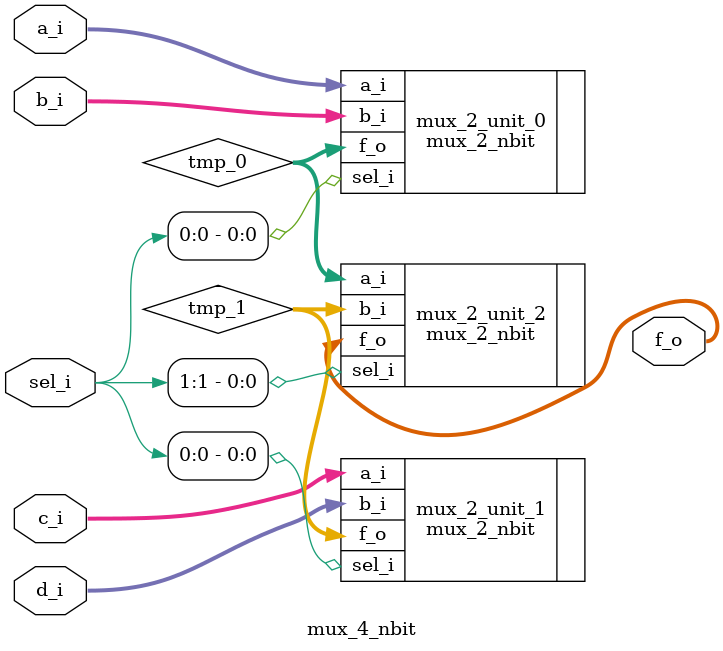
<source format=sv>
/*******************************************************************************
Creator:        Hai Cao Xuan - Joachim Cao (caoxuanhaipr@gmail.com)

Additional Contributions by:

File Name:      mux_4_nbit.sv
Design Name:    N-bit 4-1 Multiplexer
Project Name:   Example
Description:    A simple logic unit to demonstrate
                how to use parameter

Changelog:      2022.07.07 - first draft

********************************************************************************
Copyright (c) 2022 Hai Cao Xuan
*******************************************************************************/

`default_nettype none

module mux_4_nbit #(
  parameter int unsigned Width = 32
) (
  // input
  input logic [Width-1:0]  a_i,
  input logic [Width-1:0]  b_i,
  input logic [Width-1:0]  c_i,
  input logic [Width-1:0]  d_i,
  input logic [1:0]        sel_i,

  // output
  output logic [Width-1:0] f_o
);

  // local Declaration
  logic [Width-1:0] tmp_0;
  logic [Width-1:0] tmp_1;

  // combinational Logic
  mux_2_nbit #(
    .Width(Width)
  ) mux_2_unit_0 (
    .a_i   (a_i),
    .b_i   (b_i),
    .sel_i (sel_i[0]),
    .f_o   (tmp_0)
  );

  mux_2_nbit #(
    .Width(Width)
  ) mux_2_unit_1 (
    .a_i   (c_i),
    .b_i   (d_i),
    .sel_i (sel_i[0]),
    .f_o   (tmp_1)
  );

  mux_2_nbit #(
    .Width(Width)
  ) mux_2_unit_2 (
    .a_i   (tmp_0),
    .b_i   (tmp_1),
    .sel_i (sel_i[1]),
    .f_o   (f_o)
  );

endmodule : mux_4_nbit

</source>
